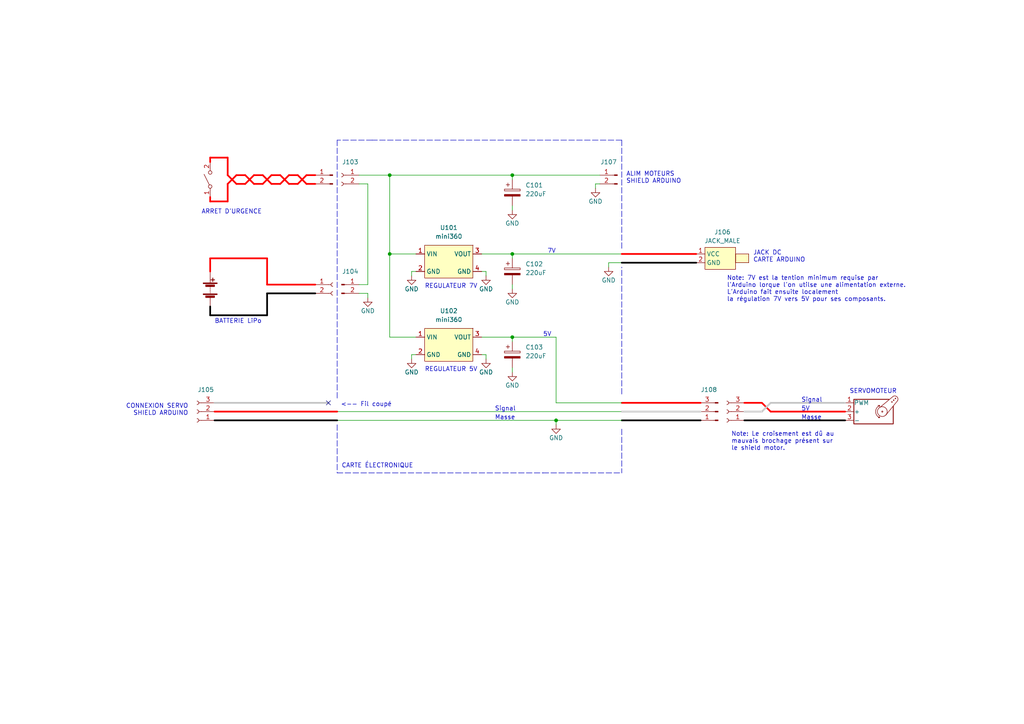
<source format=kicad_sch>
(kicad_sch (version 20211123) (generator eeschema)
  (paper "A4")
  (title_block (title "CARTE ALIM") (date "2022-05-09") (rev "0.2") (company "Collège René Cassin") (comment 1 "MARIE-PIERRE ROCACHÉ"))
  (lib_symbols
    (symbol "Connector:Conn_01x02_Female" (pin_names (offset 1.016) hide)
      (property "Reference" "J" (at 0 2.54 0))
      (property "Value" "Conn_01x02_Female" (at 0 -5.08 0))
      (symbol "Conn_01x02_Female_1_1"
        (arc (start 0 -2.032) (mid -0.508 -2.54) (end 0 -3.048) (stroke (width 0.1524)))
        (polyline (pts (xy -1.27 -2.54) (xy -0.508 -2.54)) (stroke (width 0.1524)))
        (polyline (pts (xy -1.27 0) (xy -0.508 0)) (stroke (width 0.1524)))
        (arc (start 0 0.508) (mid -0.508 0) (end 0 -0.508) (stroke (width 0.1524)))
        (pin passive line (at -5.08 0 0) (length 3.81) (name "Pin_1") (number "1"))
        (pin passive line (at -5.08 -2.54 0) (length 3.81) (name "Pin_2") (number "2"))
      )
    )
    (symbol "Connector:Conn_01x02_Male" (pin_names (offset 1.016) hide)
      (property "Reference" "J" (at 0 2.54 0))
      (property "Value" "Conn_01x02_Male" (at 0 -5.08 0))
      (symbol "Conn_01x02_Male_1_1"
        (polyline (pts (xy 1.27 -2.54) (xy 0.8636 -2.54)) (stroke (width 0.1524)))
        (polyline (pts (xy 1.27 0) (xy 0.8636 0)) (stroke (width 0.1524)))
        (rectangle (start 0.8636 -2.413) (end 0 -2.667) (stroke (width 0.1524)) (fill (type outline)))
        (rectangle (start 0.8636 0.127) (end 0 -0.127) (stroke (width 0.1524)) (fill (type outline)))
        (pin passive line (at 5.08 0 180) (length 3.81) (name "Pin_1") (number "1"))
        (pin passive line (at 5.08 -2.54 180) (length 3.81) (name "Pin_2") (number "2"))
      )
    )
    (symbol "Connector:Conn_01x03_Female" (pin_names (offset 1.016) hide)
      (property "Reference" "J" (at 0 5.08 0))
      (property "Value" "Conn_01x03_Female" (at 0 -5.08 0))
      (symbol "Conn_01x03_Female_1_1"
        (arc (start 0 -2.032) (mid -0.508 -2.54) (end 0 -3.048) (stroke (width 0.1524)))
        (polyline (pts (xy -1.27 -2.54) (xy -0.508 -2.54)) (stroke (width 0.1524)))
        (polyline (pts (xy -1.27 0) (xy -0.508 0)) (stroke (width 0.1524)))
        (polyline (pts (xy -1.27 2.54) (xy -0.508 2.54)) (stroke (width 0.1524)))
        (arc (start 0 0.508) (mid -0.508 0) (end 0 -0.508) (stroke (width 0.1524)))
        (arc (start 0 3.048) (mid -0.508 2.54) (end 0 2.032) (stroke (width 0.1524)))
        (pin passive line (at -5.08 2.54 0) (length 3.81) (name "Pin_1") (number "1"))
        (pin passive line (at -5.08 0 0) (length 3.81) (name "Pin_2") (number "2"))
        (pin passive line (at -5.08 -2.54 0) (length 3.81) (name "Pin_3") (number "3"))
      )
    )
    (symbol "Connector:Conn_01x03_Male" (pin_names (offset 1.016) hide)
      (property "Reference" "J" (at 0 5.08 0))
      (property "Value" "Conn_01x03_Male" (at 0 -5.08 0))
      (symbol "Conn_01x03_Male_1_1"
        (polyline (pts (xy 1.27 -2.54) (xy 0.8636 -2.54)) (stroke (width 0.1524)))
        (polyline (pts (xy 1.27 0) (xy 0.8636 0)) (stroke (width 0.1524)))
        (polyline (pts (xy 1.27 2.54) (xy 0.8636 2.54)) (stroke (width 0.1524)))
        (rectangle (start 0.8636 -2.413) (end 0 -2.667) (stroke (width 0.1524)) (fill (type outline)))
        (rectangle (start 0.8636 0.127) (end 0 -0.127) (stroke (width 0.1524)) (fill (type outline)))
        (rectangle (start 0.8636 2.667) (end 0 2.413) (stroke (width 0.1524)) (fill (type outline)))
        (pin passive line (at 5.08 2.54 180) (length 3.81) (name "Pin_1") (number "1"))
        (pin passive line (at 5.08 0 180) (length 3.81) (name "Pin_2") (number "2"))
        (pin passive line (at 5.08 -2.54 180) (length 3.81) (name "Pin_3") (number "3"))
      )
    )
    (symbol "Device:Battery" (pin_numbers hide) (pin_names (offset 0) hide)
      (property "Reference" "BT" (at 2.54 2.54 0))
      (property "Value" "Battery" (at 2.54 0 0))
      (symbol "Battery_0_1"
        (rectangle (start -2.032 -1.397) (end 2.032 -1.651) (fill (type outline)))
        (rectangle (start -2.032 1.778) (end 2.032 1.524) (fill (type outline)))
        (rectangle (start -1.3208 -1.9812) (end 1.27 -2.4892) (fill (type outline)))
        (rectangle (start -1.3208 1.1938) (end 1.27 0.6858) (fill (type outline)))
        (polyline (pts (xy 0 -1.524) (xy 0 -1.27)))
        (polyline (pts (xy 0 -1.016) (xy 0 -0.762)))
        (polyline (pts (xy 0 -0.508) (xy 0 -0.254)))
        (polyline (pts (xy 0 0) (xy 0 0.254)))
        (polyline (pts (xy 0 0.508) (xy 0 0.762)))
        (polyline (pts (xy 0 1.778) (xy 0 2.54)))
        (polyline (pts (xy 0.254 2.667) (xy 1.27 2.667)) (stroke (width 0.254)))
        (polyline (pts (xy 0.762 3.175) (xy 0.762 2.159)) (stroke (width 0.254)))
      )
      (symbol "Battery_1_1"
        (pin passive line (at 0 5.08 270) (length 2.54) (name "+") (number "1"))
        (pin passive line (at 0 -5.08 90) (length 2.54) (name "-") (number "2"))
      )
    )
    (symbol "Device:C_Polarized" (pin_numbers hide) (pin_names (offset 0.254))
      (property "Reference" "C" (at 0.635 2.54 0))
      (property "Value" "C_Polarized" (at 0.635 -2.54 0))
      (symbol "C_Polarized_0_1"
        (rectangle (start -2.286 0.508) (end 2.286 1.016))
        (polyline (pts (xy -1.778 2.286) (xy -0.762 2.286)))
        (polyline (pts (xy -1.27 2.794) (xy -1.27 1.778)))
        (rectangle (start 2.286 -0.508) (end -2.286 -1.016) (fill (type outline)))
      )
      (symbol "C_Polarized_1_1"
        (pin passive line (at 0 3.81 270) (length 2.794) (name "~") (number "1"))
        (pin passive line (at 0 -3.81 90) (length 2.794) (name "~") (number "2"))
      )
    )
    (symbol "Motor:Motor_Servo" (pin_names (offset 0.0254))
      (property "Reference" "M" (at -5.08 4.445 0))
      (property "Value" "Motor_Servo" (at -5.08 -4.064 0))
      (symbol "Motor_Servo_0_1"
        (polyline (pts (xy 2.413 -1.778) (xy 2.032 -1.778)))
        (polyline (pts (xy 2.413 -1.778) (xy 2.286 -1.397)))
        (polyline (pts (xy 2.413 1.778) (xy 1.905 1.778)))
        (polyline (pts (xy 2.413 1.778) (xy 2.286 1.397)))
        (polyline (pts (xy 6.35 4.445) (xy 2.54 1.27)))
        (polyline (pts (xy 7.62 3.175) (xy 4.191 -1.016)))
        (polyline (pts (xy 5.08 3.556) (xy -5.08 3.556) (xy -5.08 -3.556) (xy 6.35 -3.556) (xy 6.35 1.524)) (stroke (width 0.254)))
        (arc (start 2.413 1.778) (mid 1.2406 0) (end 2.413 -1.778))
        (circle (center 3.175 0) (radius 0.1778))
        (circle (center 3.175 0) (radius 1.4224))
        (circle (center 5.969 2.794) (radius 0.127))
        (circle (center 6.477 3.302) (radius 0.127))
        (circle (center 6.985 3.81) (radius 0.127))
        (arc (start 7.62 3.175) (mid 7.4485 4.2735) (end 6.35 4.445))
      )
      (symbol "Motor_Servo_1_1"
        (pin passive line (at -7.62 2.54 0) (length 2.54) (name "PWM") (number "1"))
        (pin passive line (at -7.62 0 0) (length 2.54) (name "+") (number "2"))
        (pin passive line (at -7.62 -2.54 0) (length 2.54) (name "-") (number "3"))
      )
    )
    (symbol "Switch:SW_DPST_x2" (pin_names (offset 0) hide)
      (property "Reference" "SW" (at 0 3.175 0))
      (property "Value" "SW_DPST_x2" (at 0 -2.54 0))
      (symbol "SW_DPST_x2_0_0"
        (circle (center -2.032 0) (radius 0.508))
        (polyline (pts (xy -1.524 0.254) (xy 1.524 1.778)))
        (circle (center 2.032 0) (radius 0.508))
      )
      (symbol "SW_DPST_x2_1_1"
        (pin passive line (at -5.08 0 0) (length 2.54) (name "A") (number "1"))
        (pin passive line (at 5.08 0 180) (length 2.54) (name "B") (number "2"))
      )
      (symbol "SW_DPST_x2_2_1"
        (pin passive line (at -5.08 0 0) (length 2.54) (name "A") (number "3"))
        (pin passive line (at 5.08 0 180) (length 2.54) (name "B") (number "4"))
      )
    )
    (symbol "cassin:JACK_MALE"
      (property "Reference" "J" (at 0 6.985 0))
      (property "Value" "JACK_MALE" (at 0 4.445 0))
      (symbol "JACK_MALE_0_1"
        (rectangle (start -3.81 3.175) (end 5.08 -3.175) (fill (type background)))
        (rectangle (start 5.08 1.27) (end 8.89 -1.27) (fill (type background)))
      )
      (symbol "JACK_MALE_1_1"
        (pin power_in line (at -6.35 1.27 0) (length 2.54) (name "VCC") (number "1"))
        (pin power_in line (at -6.35 -1.27 0) (length 2.54) (name "GND") (number "2"))
      )
    )
    (symbol "cassin:mini360"
      (property "Reference" "U" (at 0 8.89 0))
      (property "Value" "mini360" (at 0 6.985 0))
      (symbol "mini360_0_1"
        (rectangle (start 7.62 5.08) (end -6.35 -4.445) (fill (type background)))
        (rectangle (start 7.62 5.08) (end 7.62 5.08))
        (rectangle (start 7.62 5.08) (end 7.62 5.08))
        (rectangle (start 7.62 5.08) (end 7.62 5.08))
        (rectangle (start 7.62 5.08) (end 7.62 5.08))
      )
      (symbol "mini360_1_1"
        (pin input line (at -8.89 2.54 0) (length 2.54) (name "VIN") (number "1"))
        (pin input line (at -8.89 -2.54 0) (length 2.54) (name "GND") (number "2"))
        (pin input line (at 10.16 2.54 180) (length 2.54) (name "VOUT") (number "3"))
        (pin input line (at 10.16 -2.54 180) (length 2.54) (name "GND") (number "4"))
      )
    )
    (symbol "mini360_1"
      (property "Reference" "U" (at 0 8.89 0))
      (property "Value" "mini360_1" (at 0 6.985 0))
      (symbol "mini360_1_0_1"
        (rectangle (start 7.62 5.08) (end -6.35 -4.445) (fill (type background)))
        (rectangle (start 7.62 5.08) (end 7.62 5.08))
        (rectangle (start 7.62 5.08) (end 7.62 5.08))
        (rectangle (start 7.62 5.08) (end 7.62 5.08))
        (rectangle (start 7.62 5.08) (end 7.62 5.08))
      )
      (symbol "mini360_1_1_1"
        (pin input line (at -8.89 2.54 0) (length 2.54) (name "VIN") (number "1"))
        (pin input line (at -8.89 -2.54 0) (length 2.54) (name "GND") (number "2"))
        (pin input line (at 10.16 2.54 180) (length 2.54) (name "VOUT") (number "3"))
        (pin input line (at 10.16 -2.54 180) (length 2.54) (name "GND") (number "4"))
      )
    )
    (symbol "power:GND" (power) (pin_names (offset 0))
      (property "Value" "GND" (at 0 -3.81 0))
      (symbol "GND_0_1"
        (polyline (pts (xy 0 0) (xy 0 -1.27) (xy 1.27 -1.27) (xy 0 -2.54) (xy -1.27 -1.27) (xy 0 -1.27)))
      )
      (symbol "GND_1_1"
        (pin power_in line (at 0 0 270) (length 0) hide (name "GND") (number "1"))
      )
    )
  )
  (junction (at 148.59 50.8))
  (junction (at 148.59 97.79))
  (junction (at 148.59 73.66))
  (junction (at 113.03 73.66))
  (junction (at 113.03 50.8))
  (junction (at 161.29 121.92))
  (no_connect (at 95.25 116.84))
  (polyline (pts (xy 180.34 114.3) (xy 180.34 77.47)))
  (wire (pts (xy 180.34 76.2) (xy 201.93 76.2)) (stroke (width 0.5) (color 0 0 0 1)))
  (wire (pts (xy 104.14 82.55) (xy 106.68 82.55)))
  (wire (pts (xy 120.65 73.66) (xy 113.03 73.66)))
  (wire (pts (xy 88.9 53.34) (xy 91.44 53.34)) (stroke (width 0.5) (color 255 0 0 1)))
  (wire (pts (xy 60.96 46.99) (xy 60.96 45.72)) (stroke (width 0.5) (color 255 0 0 1)))
  (wire (pts (xy 71.12 53.34) (xy 73.66 50.8)) (stroke (width 0.5) (color 255 0 0 1)))
  (wire (pts (xy 68.58 53.34) (xy 71.12 53.34)) (stroke (width 0.5) (color 255 0 0 1)))
  (wire (pts (xy 86.36 53.34) (xy 83.82 53.34)) (stroke (width 0.5) (color 255 0 0 1)))
  (wire (pts (xy 88.9 53.34) (xy 86.36 50.8)) (stroke (width 0.5) (color 255 0 0 1)))
  (polyline (pts (xy 180.34 40.64) (xy 180.34 72.39)))
  (wire (pts (xy 62.23 119.38) (xy 97.79 119.38)) (stroke (width 0.5) (color 255 0 0 1)))
  (wire (pts (xy 172.72 53.34) (xy 173.99 53.34)))
  (wire (pts (xy 81.28 50.8) (xy 78.74 50.8)) (stroke (width 0.5) (color 255 0 0 1)))
  (wire (pts (xy 161.29 116.84) (xy 180.34 116.84)))
  (wire (pts (xy 161.29 116.84) (xy 161.29 97.79)))
  (wire (pts (xy 62.23 121.92) (xy 97.79 121.92)) (stroke (width 0.5) (color 0 0 0 1)))
  (wire (pts (xy 119.38 78.74) (xy 120.65 78.74)))
  (wire (pts (xy 148.59 50.8) (xy 173.99 50.8)))
  (wire (pts (xy 91.44 50.8) (xy 88.9 50.8)) (stroke (width 0.5) (color 255 0 0 1)))
  (wire (pts (xy 81.28 50.8) (xy 83.82 53.34)) (stroke (width 0.5) (color 255 0 0 1)))
  (wire (pts (xy 119.38 80.01) (xy 119.38 78.74)))
  (wire (pts (xy 60.96 45.72) (xy 66.04 45.72)) (stroke (width 0.5) (color 255 0 0 1)))
  (polyline (pts (xy 97.79 123.19) (xy 97.79 137.16)))
  (wire (pts (xy 104.14 50.8) (xy 113.03 50.8)))
  (wire (pts (xy 97.79 119.38) (xy 180.34 119.38)))
  (wire (pts (xy 215.9 121.92) (xy 245.11 121.92)) (stroke (width 0.5) (color 0 0 0 1)))
  (wire (pts (xy 223.52 116.84) (xy 245.11 116.84)) (stroke (width 0.5) (color 194 194 194 1)))
  (wire (pts (xy 148.59 106.68) (xy 148.59 107.95)))
  (polyline (pts (xy 107.95 40.64) (xy 97.79 40.64)))
  (wire (pts (xy 60.96 58.42) (xy 60.96 57.15)) (stroke (width 0.5) (color 255 0 0 1)))
  (wire (pts (xy 88.9 50.8) (xy 86.36 53.34)) (stroke (width 0.5) (color 255 0 0 1)))
  (wire (pts (xy 148.59 97.79) (xy 148.59 99.06)))
  (wire (pts (xy 77.47 82.55) (xy 77.47 74.93)) (stroke (width 0.5) (color 255 0 0 1)))
  (wire (pts (xy 62.23 116.84) (xy 95.25 116.84)) (stroke (width 0.5) (color 194 194 194 1)))
  (wire (pts (xy 180.34 73.66) (xy 201.93 73.66)) (stroke (width 0.5) (color 255 0 0 1)))
  (wire (pts (xy 119.38 102.87) (xy 120.65 102.87)))
  (wire (pts (xy 220.98 116.84) (xy 215.9 116.84)) (stroke (width 0.5) (color 255 0 0 1)))
  (wire (pts (xy 73.66 50.8) (xy 76.2 50.8)) (stroke (width 0.5) (color 255 0 0 1)))
  (wire (pts (xy 68.58 50.8) (xy 66.04 53.34)) (stroke (width 0.5) (color 255 0 0 1)))
  (wire (pts (xy 148.59 59.69) (xy 148.59 60.96)))
  (wire (pts (xy 60.96 91.44) (xy 60.96 88.9)) (stroke (width 0.5) (color 0 0 0 1)))
  (wire (pts (xy 60.96 74.93) (xy 60.96 78.74)) (stroke (width 0.5) (color 255 0 0 1)))
  (wire (pts (xy 148.59 82.55) (xy 148.59 83.82)))
  (wire (pts (xy 71.12 50.8) (xy 68.58 50.8)) (stroke (width 0.5) (color 255 0 0 1)))
  (wire (pts (xy 104.14 85.09) (xy 106.68 85.09)))
  (wire (pts (xy 113.03 50.8) (xy 148.59 50.8)))
  (wire (pts (xy 148.59 50.8) (xy 148.59 52.07)))
  (wire (pts (xy 180.34 121.92) (xy 203.2 121.92)) (stroke (width 0.5) (color 0 0 0 1)))
  (wire (pts (xy 106.68 53.34) (xy 106.68 82.55)))
  (wire (pts (xy 71.12 50.8) (xy 73.66 53.34)) (stroke (width 0.5) (color 255 0 0 1)))
  (polyline (pts (xy 157.48 137.16) (xy 180.34 137.16)))
  (polyline (pts (xy 180.34 124.46) (xy 180.34 137.16)))
  (wire (pts (xy 140.97 102.87) (xy 139.7 102.87)))
  (wire (pts (xy 77.47 85.09) (xy 91.44 85.09)) (stroke (width 0.5) (color 0 0 0 1)))
  (wire (pts (xy 83.82 50.8) (xy 86.36 50.8)) (stroke (width 0.5) (color 255 0 0 1)))
  (wire (pts (xy 66.04 53.34) (xy 66.04 58.42)) (stroke (width 0.5) (color 255 0 0 1)))
  (polyline (pts (xy 97.79 137.16) (xy 157.48 137.16)))
  (wire (pts (xy 223.52 116.84) (xy 220.98 119.38)) (stroke (width 0.5) (color 194 194 194 1)))
  (wire (pts (xy 78.74 53.34) (xy 81.28 53.34)) (stroke (width 0.5) (color 255 0 0 1)))
  (wire (pts (xy 148.59 74.93) (xy 148.59 73.66)))
  (wire (pts (xy 148.59 97.79) (xy 139.7 97.79)))
  (wire (pts (xy 66.04 58.42) (xy 60.96 58.42)) (stroke (width 0.5) (color 255 0 0 1)))
  (wire (pts (xy 104.14 53.34) (xy 106.68 53.34)))
  (wire (pts (xy 176.53 76.2) (xy 180.34 76.2)))
  (wire (pts (xy 223.52 119.38) (xy 245.11 119.38)) (stroke (width 0.5) (color 255 0 0 1)))
  (wire (pts (xy 148.59 97.79) (xy 161.29 97.79)))
  (wire (pts (xy 78.74 53.34) (xy 76.2 50.8)) (stroke (width 0.5) (color 255 0 0 1)))
  (wire (pts (xy 176.53 77.47) (xy 176.53 76.2)))
  (wire (pts (xy 81.28 53.34) (xy 83.82 50.8)) (stroke (width 0.5) (color 255 0 0 1)))
  (wire (pts (xy 77.47 82.55) (xy 91.44 82.55)) (stroke (width 0.5) (color 255 0 0 1)))
  (wire (pts (xy 140.97 104.14) (xy 140.97 102.87)))
  (wire (pts (xy 68.58 53.34) (xy 66.04 50.8)) (stroke (width 0.5) (color 255 0 0 1)))
  (wire (pts (xy 78.74 50.8) (xy 76.2 53.34)) (stroke (width 0.5) (color 255 0 0 1)))
  (polyline (pts (xy 97.79 40.64) (xy 97.79 115.57)))
  (wire (pts (xy 97.79 121.92) (xy 161.29 121.92)))
  (wire (pts (xy 113.03 97.79) (xy 113.03 73.66)))
  (wire (pts (xy 140.97 80.01) (xy 140.97 78.74)))
  (wire (pts (xy 66.04 45.72) (xy 66.04 50.8)) (stroke (width 0.5) (color 255 0 0 1)))
  (wire (pts (xy 77.47 85.09) (xy 77.47 91.44)) (stroke (width 0.5) (color 0 0 0 1)))
  (wire (pts (xy 180.34 119.38) (xy 203.2 119.38)) (stroke (width 0.5) (color 194 194 194 1)))
  (wire (pts (xy 76.2 53.34) (xy 73.66 53.34)) (stroke (width 0.5) (color 255 0 0 1)))
  (wire (pts (xy 148.59 73.66) (xy 180.34 73.66)))
  (wire (pts (xy 106.68 86.36) (xy 106.68 85.09)))
  (wire (pts (xy 223.52 119.38) (xy 220.98 116.84)) (stroke (width 0.5) (color 255 0 0 1)))
  (wire (pts (xy 140.97 78.74) (xy 139.7 78.74)))
  (wire (pts (xy 161.29 121.92) (xy 180.34 121.92)))
  (wire (pts (xy 120.65 97.79) (xy 113.03 97.79)))
  (wire (pts (xy 77.47 91.44) (xy 60.96 91.44)) (stroke (width 0.5) (color 0 0 0 1)))
  (wire (pts (xy 77.47 74.93) (xy 60.96 74.93)) (stroke (width 0.5) (color 255 0 0 1)))
  (wire (pts (xy 220.98 119.38) (xy 215.9 119.38)) (stroke (width 0.5) (color 194 194 194 1)))
  (wire (pts (xy 119.38 104.14) (xy 119.38 102.87)))
  (polyline (pts (xy 180.34 40.64) (xy 107.95 40.64)))
  (wire (pts (xy 113.03 50.8) (xy 113.03 73.66)))
  (wire (pts (xy 139.7 73.66) (xy 148.59 73.66)))
  (wire (pts (xy 172.72 54.61) (xy 172.72 53.34)))
  (polyline (pts (xy 157.48 137.16) (xy 157.48 137.16)))
  (wire (pts (xy 180.34 116.84) (xy 203.2 116.84)) (stroke (width 0.5) (color 255 0 0 1)))
  (wire (pts (xy 161.29 121.92) (xy 161.29 123.19)))
  (text "5V" (at 232.41 119.38 0) (effects (font (size 1.27 1.27)) (justify left bottom)))
  (text "JACK DC\nCARTE ARDUINO" (at 218.44 76.2 0) (effects (font (size 1.27 1.27)) (justify left bottom)))
  (text "Masse" (at 232.41 121.92 0) (effects (font (size 1.27 1.27)) (justify left bottom)))
  (text "7V" (at 158.75 73.66 0) (effects (font (size 1.27 1.27)) (justify left bottom)))
  (text "<-- Fil coupé" (at 113.665 118.11 180) (effects (font (size 1.27 1.27)) (justify right bottom)))
  (text "CONNEXION SERVO\nSHIELD ARDUINO" (at 54.61 120.65 180) (effects (font (size 1.27 1.27)) (justify right bottom)))
  (text "ALIM MOTEURS\nSHIELD ARDUINO" (at 181.61 53.34 0) (effects (font (size 1.27 1.27)) (justify left bottom)))
  (text "Signal" (at 232.41 116.84 0) (effects (font (size 1.27 1.27)) (justify left bottom)))
  (text "REGULATEUR 7V" (at 123.19 83.82 0) (effects (font (size 1.27 1.27)) (justify left bottom)))
  (text "Note: Le croisement est dû au \nmauvais brochage présent sur \nle shield motor." (at 212.09 130.81 0) (effects (font (size 1.27 1.27)) (justify left bottom)))
  (text "REGULATEUR 5V" (at 123.19 107.95 0) (effects (font (size 1.27 1.27)) (justify left bottom)))
  (text "BATTERIE LiPo" (at 62.23 93.98 0) (effects (font (size 1.27 1.27)) (justify left bottom)))
  (text "Note: 7V est la tention minimum requise par \nl'Arduino lorque l'on utilse une alimentation externe.\nL'Arduino fait ensuite localement \nla régulation 7V vers 5V pour ses composants." (at 210.82 87.63 0) (effects (font (size 1.27 1.27)) (justify left bottom)))
  (text "5V" (at 157.48 97.79 0) (effects (font (size 1.27 1.27)) (justify left bottom)))
  (text "SERVOMOTEUR" (at 246.38 114.3 0) (effects (font (size 1.27 1.27)) (justify left bottom)))
  (text "CARTE ÉLECTRONIQUE" (at 99.06 135.89 0) (effects (font (size 1.27 1.27)) (justify left bottom)))
  (text "Masse" (at 143.51 121.92 0) (effects (font (size 1.27 1.27)) (justify left bottom)))
  (text "ARRET D'URGENCE" (at 58.42 62.23 0) (effects (font (size 1.27 1.27)) (justify left bottom)))
  (text "Signal" (at 143.51 119.38 0) (effects (font (size 1.27 1.27)) (justify left bottom)))
  (symbol (lib_id "power:GND") (at 148.59 107.95 0) (unit 1)
    (property "Reference" "#PWR0111" (effects hide))
    (property "Value" "GND" (at 148.59 111.76 0))
  )
  (symbol (lib_id "power:GND") (at 140.97 80.01 0) (unit 1)
    (property "Reference" "#PWR0104" (effects hide))
    (property "Value" "GND" (at 140.97 83.82 0))
  )
  (symbol (lib_id "Connector:Conn_01x02_Male") (at 99.06 82.55 0) (unit 1)
    (property "Reference" "J104" (at 101.6 78.74 0))
    (property "Value" "Conn_01x02_Male" (effects hide))
  )
  (symbol (lib_id "power:GND") (at 172.72 54.61 0) (unit 1)
    (property "Reference" "#PWR0108" (effects hide))
    (property "Value" "GND" (at 172.72 58.42 0))
  )
  (symbol (lib_id "Device:C_Polarized") (at 148.59 78.74 0) (unit 1)
    (property "Reference" "C102" (at 152.4 76.5809 0) (effects (justify left)))
    (property "Value" "220uF" (at 152.4 79.1209 0) (effects (justify left)))
  )
  (symbol (lib_id "Device:C_Polarized") (at 148.59 55.88 0) (unit 1)
    (property "Reference" "C101" (at 152.4 53.7209 0) (effects (justify left)))
    (property "Value" "220uF" (at 152.4 56.2609 0) (effects (justify left)))
  )
  (symbol (lib_id "power:GND") (at 176.53 77.47 0) (unit 1)
    (property "Reference" "#PWR0107" (effects hide))
    (property "Value" "GND" (at 176.53 81.28 0))
  )
  (symbol (lib_id "power:GND") (at 161.29 123.19 0) (unit 1)
    (property "Reference" "#PWR0106" (effects hide))
    (property "Value" "GND" (at 161.29 127 0))
  )
  (symbol (lib_id "Motor:Motor_Servo") (at 252.73 119.38 0) (unit 1)
    (property "Reference" "#M101" (effects hide))
    (property "Value" "Motor_Servo" (effects hide))
    (property "Datasheet" "http://forums.parallax.com/uploads/attachments/46831/74481.png" (effects hide))
  )
  (symbol (lib_id "cassin:JACK_MALE") (at 208.28 74.93 0) (unit 1)
    (property "Reference" "J106" (at 209.55 67.31 0))
    (property "Value" "JACK_MALE" (at 209.55 69.85 0))
  )
  (symbol (lib_name "mini360_1") (lib_id "cassin:mini360") (at 129.54 76.2 0) (unit 1)
    (property "Reference" "U101" (at 130.175 66.04 0))
    (property "Value" "mini360" (at 130.175 68.58 0))
  )
  (symbol (lib_id "Connector:Conn_01x02_Female") (at 99.06 50.8 0) (mirror y) (unit 1)
    (property "Reference" "J103" (at 101.6 46.99 0))
    (property "Value" "Conn_01x02_Female" (effects hide))
  )
  (symbol (lib_id "Device:Battery") (at 60.96 83.82 0) (unit 1)
    (property "Reference" "#BT101" (effects hide))
    (property "Value" "Battery" (effects hide))
  )
  (symbol (lib_id "Switch:SW_DPST_x2") (at 60.96 52.07 90) (unit 1)
    (property "Reference" "#SW101" (effects hide))
    (property "Value" "SW_DPST_x2" (effects hide))
  )
  (symbol (lib_id "power:GND") (at 148.59 60.96 0) (unit 1)
    (property "Reference" "#PWR0109" (effects hide))
    (property "Value" "GND" (at 148.59 64.77 0))
  )
  (symbol (lib_id "Connector:Conn_01x03_Female") (at 210.82 119.38 180) (unit 1)
    (property "Reference" "#J101" (effects hide))
    (property "Value" "Conn_01x03_Female" (effects hide))
  )
  (symbol (lib_id "Connector:Conn_01x02_Female") (at 96.52 82.55 0) (unit 1)
    (property "Reference" "#J102" (effects hide))
    (property "Value" "Conn_01x02_Female" (effects hide))
  )
  (symbol (lib_id "Connector:Conn_01x02_Male") (at 96.52 50.8 0) (mirror y) (unit 1)
    (property "Reference" "#J101" (effects hide))
    (property "Value" "Conn_01x02_Male" (effects hide))
  )
  (symbol (lib_id "power:GND") (at 106.68 86.36 0) (unit 1)
    (property "Reference" "#PWR0101" (effects hide))
    (property "Value" "GND" (at 106.68 90.17 0))
  )
  (symbol (lib_id "power:GND") (at 148.59 83.82 0) (unit 1)
    (property "Reference" "#PWR0110" (effects hide))
    (property "Value" "GND" (at 148.59 87.63 0))
  )
  (symbol (lib_id "Connector:Conn_01x03_Male") (at 208.28 119.38 180) (unit 1)
    (property "Reference" "J108" (at 203.2 113.03 0) (effects (justify right)))
    (property "Value" "Conn_01x03_Male" (effects hide))
  )
  (symbol (lib_id "Connector:Conn_01x03_Female") (at 57.15 119.38 180) (unit 1)
    (property "Reference" "J105" (at 59.69 113.03 0))
    (property "Value" "Conn_01x03_Female" (effects hide))
  )
  (symbol (lib_id "Device:C_Polarized") (at 148.59 102.87 0) (unit 1)
    (property "Reference" "C103" (at 152.4 100.7109 0) (effects (justify left)))
    (property "Value" "220uF" (at 152.4 103.2509 0) (effects (justify left)))
  )
  (symbol (lib_id "power:GND") (at 119.38 104.14 0) (unit 1)
    (property "Reference" "#PWR0103" (effects hide))
    (property "Value" "GND" (at 119.38 107.95 0))
  )
  (symbol (lib_id "Connector:Conn_01x02_Male") (at 179.07 50.8 0) (mirror y) (unit 1)
    (property "Reference" "J107" (at 176.53 46.99 0))
    (property "Value" "Conn_01x02_Male" (effects hide))
  )
  (symbol (lib_id "power:GND") (at 119.38 80.01 0) (unit 1)
    (property "Reference" "#PWR0102" (effects hide))
    (property "Value" "GND" (at 119.38 83.82 0))
  )
  (symbol (lib_id "cassin:mini360") (at 129.54 100.33 0) (unit 1)
    (property "Reference" "U102" (at 130.175 90.17 0))
    (property "Value" "mini360" (at 130.175 92.71 0))
  )
  (symbol (lib_id "power:GND") (at 140.97 104.14 0) (unit 1)
    (property "Reference" "#PWR0105" (effects hide))
    (property "Value" "GND" (at 140.97 107.95 0))
  )
)
</source>
